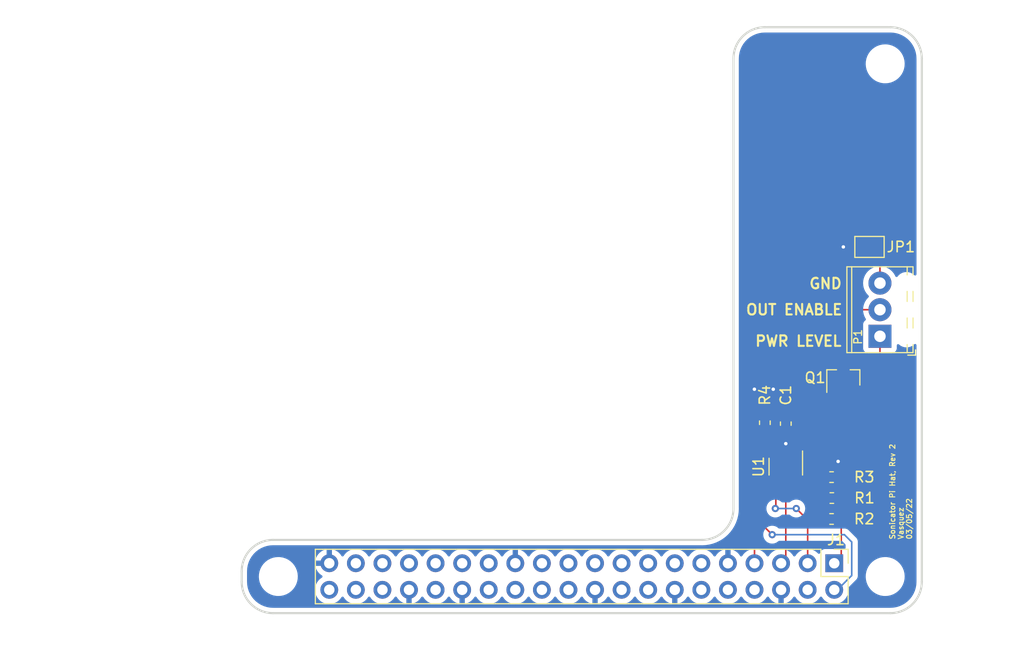
<source format=kicad_pcb>
(kicad_pcb (version 20211014) (generator pcbnew)
  (layers (0 "F.Cu" signal) (31 "B.Cu" signal) (34 "B.Paste" user) (35 "F.Paste" user) (36 "B.SilkS" user "B.Silkscreen") (37 "F.SilkS" user "F.Silkscreen") (38 "B.Mask" user) (39 "F.Mask" user) (44 "Edge.Cuts" user))
  (net 0 "")
  (net 1 "+5V")
  (net 2 "GND")
  (net 3 "+3V3")
  (net 4 "Net-(J1-Pad3)")
  (net 6 "Net-(J1-Pad5)")
  (net 7 "Net-(J1-Pad7)")
  (net 34 "GNDPWR")
  (net 35 "/OUTPUT_PWR_LEVEL")
  (net 36 "/OUTPUT_ENABLE")
  (net 37 "Net-(R3-Pad1)")
  (footprint "MountingHole:MountingHole_2.7mm_M2.5_DIN965" (layer "F.Cu") (at 151.5 97.5 180)
    (fp_text reference "REF**" hide)
    (fp_text value "MountingHole_2.7mm_M2.5_DIN965")
    (pad "" np_thru_hole circle locked (at 0 0 180) (size 2.7 2.7) (drill 2.7) (layers *.Cu *.Mask))
  )
  (footprint "MountingHole:MountingHole_2.7mm_M2.5_DIN965" (layer "F.Cu") (at 151.5 146.5 180)
    (fp_text reference "REF**" hide)
    (fp_text value "MountingHole_2.7mm_M2.5_DIN965")
    (pad "" np_thru_hole circle locked (at 0 0 180) (size 2.7 2.7) (drill 2.7) (layers *.Cu *.Mask))
  )
  (footprint "MountingHole:MountingHole_2.7mm_M2.5_DIN965" (layer "F.Cu") (at 93.5 146.5 180)
    (fp_text reference "REF**" hide)
    (fp_text value "MountingHole_2.7mm_M2.5_DIN965")
    (pad "" np_thru_hole circle locked (at 0 0 180) (size 2.7 2.7) (drill 2.7) (layers *.Cu *.Mask))
  )
  (footprint "Capacitor_SMD:C_0603_1608Metric" (layer "F.Cu") (at 142 131.8875 90)
    (fp_text reference "C1" (at 2.7125 0 270) (layer "F.SilkS"))
    (fp_text value "1uF")
    (fp_line (start -0.162779 -0.51) (end 0.162779 -0.51) (layer "F.SilkS") (width 0.12))
    (fp_line (start -0.162779 0.51) (end 0.162779 0.51) (layer "F.SilkS") (width 0.12))
    (pad "1" smd roundrect locked (at -0.7875 0 90) (size 0.875 0.95) (layers "F.Cu" "F.Paste" "F.Mask") (net 1 "+5V"))
    (pad "2" smd roundrect locked (at 0.7875 0 90) (size 0.875 0.95) (layers "F.Cu" "F.Paste" "F.Mask") (net 2 "GND"))
  )
  (footprint "Connector_PinHeader_2.54mm:PinHeader_2x20_P2.54mm_Vertical" (layer "F.Cu") (at 146.63 145.23 -90)
    (fp_text reference "J1" (at -2.23 -0.17) (layer "F.SilkS"))
    (fp_text value "Raspberry_Pi_2_3")
    (fp_line (start -1.33 49.59) (end 3.87 49.59) (layer "F.SilkS") (width 0.12))
    (fp_line (start 1.27 -1.33) (end 3.87 -1.33) (layer "F.SilkS") (width 0.12))
    (fp_line (start -1.33 -1.33) (end 0 -1.33) (layer "F.SilkS") (width 0.12))
    (fp_line (start -1.33 0) (end -1.33 -1.33) (layer "F.SilkS") (width 0.12))
    (fp_line (start -1.33 1.27) (end -1.33 49.59) (layer "F.SilkS") (width 0.12))
    (fp_line (start 3.87 -1.33) (end 3.87 49.59) (layer "F.SilkS") (width 0.12))
    (fp_line (start -1.33 1.27) (end 1.27 1.27) (layer "F.SilkS") (width 0.12))
    (fp_line (start 1.27 1.27) (end 1.27 -1.33) (layer "F.SilkS") (width 0.12))
    (pad "1" thru_hole rect locked (at 0 0 270) (size 1.7 1.7) (drill 1) (layers *.Cu *.Mask) (net 3 "+3V3"))
    (pad "2" thru_hole oval locked (at 2.54 0 270) (size 1.7 1.7) (drill 1) (layers *.Cu *.Mask) (net 1 "+5V"))
    (pad "3" thru_hole oval locked (at 0 2.54 270) (size 1.7 1.7) (drill 1) (layers *.Cu *.Mask) (net 4 "Net-(J1-Pad3)"))
    (pad "4" thru_hole oval locked (at 2.54 2.54 270) (size 1.7 1.7) (drill 1) (layers *.Cu *.Mask))
    (pad "5" thru_hole oval locked (at 0 5.08 270) (size 1.7 1.7) (drill 1) (layers *.Cu *.Mask) (net 6 "Net-(J1-Pad5)"))
    (pad "6" thru_hole oval locked (at 2.54 5.08 270) (size 1.7 1.7) (drill 1) (layers *.Cu *.Mask) (net 2 "GND"))
    (pad "7" thru_hole oval locked (at 0 7.62 270) (size 1.7 1.7) (drill 1) (layers *.Cu *.Mask) (net 7 "Net-(J1-Pad7)"))
    (pad "8" thru_hole oval locked (at 2.54 7.62 270) (size 1.7 1.7) (drill 1) (layers *.Cu *.Mask))
    (pad "9" thru_hole oval locked (at 0 10.16 270) (size 1.7 1.7) (drill 1) (layers *.Cu *.Mask) (net 2 "GND"))
    (pad "10" thru_hole oval locked (at 2.54 10.16 270) (size 1.7 1.7) (drill 1) (layers *.Cu *.Mask))
    (pad "11" thru_hole oval locked (at 0 12.7 270) (size 1.7 1.7) (drill 1) (layers *.Cu *.Mask))
    (pad "12" thru_hole oval locked (at 2.54 12.7 270) (size 1.7 1.7) (drill 1) (layers *.Cu *.Mask))
    (pad "13" thru_hole oval locked (at 0 15.24 270) (size 1.7 1.7) (drill 1) (layers *.Cu *.Mask))
    (pad "14" thru_hole oval locked (at 2.54 15.24 270) (size 1.7 1.7) (drill 1) (layers *.Cu *.Mask) (net 2 "GND"))
    (pad "15" thru_hole oval locked (at 0 17.78 270) (size 1.7 1.7) (drill 1) (layers *.Cu *.Mask))
    (pad "16" thru_hole oval locked (at 2.54 17.78 270) (size 1.7 1.7) (drill 1) (layers *.Cu *.Mask))
    (pad "17" thru_hole oval locked (at 0 20.32 270) (size 1.7 1.7) (drill 1) (layers *.Cu *.Mask))
    (pad "18" thru_hole oval locked (at 2.54 20.32 270) (size 1.7 1.7) (drill 1) (layers *.Cu *.Mask))
    (pad "19" thru_hole oval locked (at 0 22.86 270) (size 1.7 1.7) (drill 1) (layers *.Cu *.Mask))
    (pad "20" thru_hole oval locked (at 2.54 22.86 270) (size 1.7 1.7) (drill 1) (layers *.Cu *.Mask) (net 2 "GND"))
    (pad "21" thru_hole oval locked (at 0 25.4 270) (size 1.7 1.7) (drill 1) (layers *.Cu *.Mask))
    (pad "22" thru_hole oval locked (at 2.54 25.4 270) (size 1.7 1.7) (drill 1) (layers *.Cu *.Mask))
    (pad "23" thru_hole oval locked (at 0 27.94 270) (size 1.7 1.7) (drill 1) (layers *.Cu *.Mask))
    (pad "24" thru_hole oval locked (at 2.54 27.94 270) (size 1.7 1.7) (drill 1) (layers *.Cu *.Mask))
    (pad "25" thru_hole oval locked (at 0 30.48 270) (size 1.7 1.7) (drill 1) (layers *.Cu *.Mask) (net 2 "GND"))
    (pad "26" thru_hole oval locked (at 2.54 30.48 270) (size 1.7 1.7) (drill 1) (layers *.Cu *.Mask))
    (pad "27" thru_hole oval locked (at 0 33.02 270) (size 1.7 1.7) (drill 1) (layers *.Cu *.Mask))
    (pad "28" thru_hole oval locked (at 2.54 33.02 270) (size 1.7 1.7) (drill 1) (layers *.Cu *.Mask))
    (pad "29" thru_hole oval locked (at 0 35.56 270) (size 1.7 1.7) (drill 1) (layers *.Cu *.Mask))
    (pad "30" thru_hole oval locked (at 2.54 35.56 270) (size 1.7 1.7) (drill 1) (layers *.Cu *.Mask) (net 2 "GND"))
    (pad "31" thru_hole oval locked (at 0 38.1 270) (size 1.7 1.7) (drill 1) (layers *.Cu *.Mask))
    (pad "32" thru_hole oval locked (at 2.54 38.1 270) (size 1.7 1.7) (drill 1) (layers *.Cu *.Mask))
    (pad "33" thru_hole oval locked (at 0 40.64 270) (size 1.7 1.7) (drill 1) (layers *.Cu *.Mask))
    (pad "34" thru_hole oval locked (at 2.54 40.64 270) (size 1.7 1.7) (drill 1) (layers *.Cu *.Mask) (net 2 "GND"))
    (pad "35" thru_hole oval locked (at 0 43.18 270) (size 1.7 1.7) (drill 1) (layers *.Cu *.Mask))
    (pad "36" thru_hole oval locked (at 2.54 43.18 270) (size 1.7 1.7) (drill 1) (layers *.Cu *.Mask))
    (pad "37" thru_hole oval locked (at 0 45.72 270) (size 1.7 1.7) (drill 1) (layers *.Cu *.Mask))
    (pad "38" thru_hole oval locked (at 2.54 45.72 270) (size 1.7 1.7) (drill 1) (layers *.Cu *.Mask))
    (pad "39" thru_hole oval locked (at 0 48.26 270) (size 1.7 1.7) (drill 1) (layers *.Cu *.Mask) (net 2 "GND"))
    (pad "40" thru_hole oval locked (at 2.54 48.26 270) (size 1.7 1.7) (drill 1) (layers *.Cu *.Mask))
  )
  (footprint "Jumper:SolderJumper-2_P1.3mm_Bridged_Pad1.0x1.5mm" (layer "F.Cu") (at 150 115)
    (fp_text reference "JP1" (at 3 0) (layer "F.SilkS"))
    (fp_text value "Jumper")
    (fp_line (start 1.4 -1) (end 1.4 1) (layer "F.SilkS") (width 0.12))
    (fp_line (start -1.4 -1) (end 1.4 -1) (layer "F.SilkS") (width 0.12))
    (fp_line (start -1.4 1) (end -1.4 -1) (layer "F.SilkS") (width 0.12))
    (fp_line (start 1.4 1) (end -1.4 1) (layer "F.SilkS") (width 0.12))
    (pad "1" smd custom locked (at -0.65 0) (size 1 1.5) (layers "F.Cu" "F.Mask") (net 2 "GND") (options (clearance outline) (anchor rect)) (primitives (gr_poly (pts (xy 0.9 0.3) (xy 0.4 0.3) (xy 0.4 -0.3) (xy 0.9 -0.3)) (width 0) (fill yes))))
    (pad "2" smd rect locked (at 0.65 0) (size 1 1.5) (layers "F.Cu" "F.Mask") (net 34 "GNDPWR"))
  )
  (footprint "TerminalBlock_Phoenix:TerminalBlock_Phoenix_MPT-0,5-3-2.54_1x03_P2.54mm_Horizontal" (layer "F.Cu") (at 151 123.54 90)
    (fp_text reference "P1" (at -0.06 -2.1 270) (layer "F.SilkS") (effects (font (size 0.75 0.75) (thickness 0.125))))
    (fp_text value "3pos_terminal_block")
    (fp_line (start -1.56 2.6) (end -0.79 2.6) (layer "F.SilkS") (width 0.12))
    (fp_line (start 6.64 -3.16) (end 6.64 3.16) (layer "F.SilkS") (width 0.12))
    (fp_line (start -1.8 2.66) (end -1.8 3.4) (layer "F.SilkS") (width 0.12))
    (fp_line (start -1.8 3.4) (end -1.3 3.4) (layer "F.SilkS") (width 0.12))
    (fp_line (start -1.56 -3.16) (end 6.64 -3.16) (layer "F.SilkS") (width 0.12))
    (fp_line (start -1.56 -3.16) (end -1.56 3.16) (layer "F.SilkS") (width 0.12))
    (fp_line (start 5.87 2.6) (end 6.64 2.6) (layer "F.SilkS") (width 0.12))
    (fp_line (start 3.33 2.6) (end 4.29 2.6) (layer "F.SilkS") (width 0.12))
    (fp_line (start 0.79 2.6) (end 1.75 2.6) (layer "F.SilkS") (width 0.12))
    (fp_line (start -1.56 3.16) (end -0.79 3.16) (layer "F.SilkS") (width 0.12))
    (fp_line (start 5.87 3.16) (end 6.64 3.16) (layer "F.SilkS") (width 0.12))
    (fp_line (start 3.33 3.16) (end 4.29 3.16) (layer "F.SilkS") (width 0.12))
    (fp_line (start 0.79 3.16) (end 1.75 3.16) (layer "F.SilkS") (width 0.12))
    (fp_line (start -1.56 -2.7) (end 6.64 -2.7) (layer "F.SilkS") (width 0.12))
    (pad "" np_thru_hole circle locked (at 5.08 2.54 90) (size 1.1 1.1) (drill 1.1) (layers *.Cu *.Mask))
    (pad "" np_thru_hole circle locked (at 2.54 2.54 90) (size 1.1 1.1) (drill 1.1) (layers *.Cu *.Mask))
    (pad "" np_thru_hole circle locked (at 0 2.54 90) (size 1.1 1.1) (drill 1.1) (layers *.Cu *.Mask))
    (pad "1" thru_hole rect locked (at 0 0 90) (size 2.2 2.2) (drill 1.1) (layers *.Cu *.Mask) (net 35 "/OUTPUT_PWR_LEVEL"))
    (pad "2" thru_hole circle locked (at 2.54 0 90) (size 2.2 2.2) (drill 1.1) (layers *.Cu *.Mask) (net 36 "/OUTPUT_ENABLE"))
    (pad "3" thru_hole circle locked (at 5.08 0 90) (size 2.2 2.2) (drill 1.1) (layers *.Cu *.Mask) (net 34 "GNDPWR"))
  )
  (footprint "Package_TO_SOT_SMD:SOT-23" (layer "F.Cu") (at 147.5 127.5 90)
    (fp_text reference "Q1" (at 0 -2.7) (layer "F.SilkS"))
    (fp_text value "2N7002")
    (fp_line (start 0.76 1.58) (end -0.7 1.58) (layer "F.SilkS") (width 0.12))
    (fp_line (start 0.76 -1.58) (end 0.76 -0.65) (layer "F.SilkS") (width 0.12))
    (fp_line (start 0.76 1.58) (end 0.76 0.65) (layer "F.SilkS") (width 0.12))
    (fp_line (start 0.76 -1.58) (end -1.4 -1.58) (layer "F.SilkS") (width 0.12))
    (pad "1" smd rect locked (at -1 -0.95 90) (size 0.9 0.8) (layers "F.Cu" "F.Paste" "F.Mask") (net 7 "Net-(J1-Pad7)"))
    (pad "2" smd rect locked (at -1 0.95 90) (size 0.9 0.8) (layers "F.Cu" "F.Paste" "F.Mask") (net 2 "GND"))
    (pad "3" smd rect locked (at 1 0 90) (size 0.9 0.8) (layers "F.Cu" "F.Paste" "F.Mask") (net 36 "/OUTPUT_ENABLE"))
  )
  (footprint "Package_SO:TSOP-6_1.65x3.05mm_P0.95mm" (layer "F.Cu") (at 142 136 -90)
    (fp_text reference "U1" (at 0 2.6 -90) (layer "F.SilkS"))
    (fp_text value "MCP4725")
    (fp_line (start -0.8 1.6) (end 0.8 1.6) (layer "F.SilkS") (width 0.12))
    (fp_line (start 0.8 -1.6) (end -1.5 -1.6) (layer "F.SilkS") (width 0.12))
    (pad "1" smd rect locked (at -1.16 -0.95 270) (size 0.7 0.51) (layers "F.Cu" "F.Paste" "F.Mask") (net 35 "/OUTPUT_PWR_LEVEL"))
    (pad "2" smd rect locked (at -1.16 0 270) (size 0.7 0.51) (layers "F.Cu" "F.Paste" "F.Mask") (net 2 "GND"))
    (pad "3" smd rect locked (at -1.16 0.95 270) (size 0.7 0.51) (layers "F.Cu" "F.Paste" "F.Mask") (net 1 "+5V"))
    (pad "4" smd rect locked (at 1.16 0.95 270) (size 0.7 0.51) (layers "F.Cu" "F.Paste" "F.Mask") (net 4 "Net-(J1-Pad3)"))
    (pad "5" smd rect locked (at 1.16 0 270) (size 0.7 0.51) (layers "F.Cu" "F.Paste" "F.Mask") (net 6 "Net-(J1-Pad5)"))
    (pad "6" smd rect locked (at 1.16 -0.95 270) (size 0.7 0.51) (layers "F.Cu" "F.Paste" "F.Mask") (net 37 "Net-(R3-Pad1)"))
  )
  (footprint "Resistor_SMD:R_0603_1608Metric_Pad1.05x0.95mm_HandSolder" (layer "F.Cu") (at 146.375 137)
    (fp_text reference "R3" (at 3.125 0 180) (layer "F.SilkS"))
    (fp_text value "10k")
    (fp_line (start -0.171267 -0.51) (end 0.171267 -0.51) (layer "F.SilkS") (width 0.12))
    (fp_line (start -0.171267 0.51) (end 0.171267 0.51) (layer "F.SilkS") (width 0.12))
    (pad "1" smd roundrect locked (at -0.875 0) (size 1.05 0.95) (layers "F.Cu" "F.Paste" "F.Mask") (net 37 "Net-(R3-Pad1)"))
    (pad "2" smd roundrect locked (at 0.875 0) (size 1.05 0.95) (layers "F.Cu" "F.Paste" "F.Mask") (net 2 "GND"))
  )
  (footprint "Resistor_SMD:R_0603_1608Metric_Pad1.05x0.95mm_HandSolder" (layer "F.Cu") (at 146.4 139 180)
    (fp_text reference "R1" (at -3.125 0 180) (layer "F.SilkS"))
    (fp_text value "4k7")
    (fp_line (start -0.171267 0.51) (end 0.171267 0.51) (layer "F.SilkS") (width 0.12))
    (fp_line (start -0.171267 -0.51) (end 0.171267 -0.51) (layer "F.SilkS") (width 0.12))
    (pad "1" smd roundrect locked (at -0.875 0 180) (size 1.05 0.95) (layers "F.Cu" "F.Paste" "F.Mask") (net 3 "+3V3"))
    (pad "2" smd roundrect locked (at 0.875 0 180) (size 1.05 0.95) (layers "F.Cu" "F.Paste" "F.Mask") (net 6 "Net-(J1-Pad5)"))
  )
  (footprint "Resistor_SMD:R_0603_1608Metric_Pad1.05x0.95mm_HandSolder" (layer "F.Cu") (at 146.375 141 180)
    (fp_text reference "R2" (at -3.125 0 180) (layer "F.SilkS"))
    (fp_text value "4k7")
    (fp_line (start -0.171267 -0.51) (end 0.171267 -0.51) (layer "F.SilkS") (width 0.12))
    (fp_line (start -0.171267 0.51) (end 0.171267 0.51) (layer "F.SilkS") (width 0.12))
    (pad "1" smd roundrect locked (at -0.875 0 180) (size 1.05 0.95) (layers "F.Cu" "F.Paste" "F.Mask") (net 3 "+3V3"))
    (pad "2" smd roundrect locked (at 0.875 0 180) (size 1.05 0.95) (layers "F.Cu" "F.Paste" "F.Mask") (net 4 "Net-(J1-Pad3)"))
  )
  (footprint "Resistor_SMD:R_0603_1608Metric_Pad1.05x0.95mm_HandSolder" (layer "F.Cu") (at 140 131.8 90)
    (fp_text reference "R4" (at 2.625 0 90) (layer "F.SilkS"))
    (fp_text value "4k7")
    (fp_line (start -0.171267 -0.51) (end 0.171267 -0.51) (layer "F.SilkS") (width 0.12))
    (fp_line (start -0.171267 0.51) (end 0.171267 0.51) (layer "F.SilkS") (width 0.12))
    (pad "1" smd roundrect locked (at -0.875 0 90) (size 1.05 0.95) (layers "F.Cu" "F.Paste" "F.Mask") (net 1 "+5V"))
    (pad "2" smd roundrect locked (at 0.875 0 90) (size 1.05 0.95) (layers "F.Cu" "F.Paste" "F.Mask") (net 36 "/OUTPUT_ENABLE"))
  )
  (gr_arc (start 152.000004 94) (mid 154.121322 94.87868) (end 155 97) (layer "Edge.Cuts") (width 0.2))
  (gr_line (start 155 147) (end 155 97) (layer "Edge.Cuts") (width 0.2))
  (gr_arc (start 155 147.000004) (mid 154.12132 149.121322) (end 152 150) (layer "Edge.Cuts") (width 0.2))
  (gr_line (start 93 150) (end 152 150) (layer "Edge.Cuts") (width 0.2))
  (gr_arc (start 92.999996 150) (mid 90.878678 149.12132) (end 90 147) (layer "Edge.Cuts") (width 0.2))
  (gr_line (start 90 146) (end 90 147) (layer "Edge.Cuts") (width 0.2))
  (gr_arc (start 90 146) (mid 90.87868 143.878682) (end 93 143.000004) (layer "Edge.Cuts") (width 0.2))
  (gr_line (start 152 94) (end 140 94) (layer "Edge.Cuts") (width 0.2))
  (gr_arc (start 137 96.999996) (mid 137.87868 94.878678) (end 140 94) (layer "Edge.Cuts") (width 0.2))
  (gr_line (start 137 97) (end 137 140) (layer "Edge.Cuts") (width 0.2))
  (gr_arc (start 137 140) (mid 136.121321 142.121321) (end 134 143) (layer "Edge.Cuts") (width 0.2))
  (gr_line (start 93 143) (end 134 143) (layer "Edge.Cuts") (width 0.2))
  (gr_text "PWR LEVEL\n" (at 143.2 124) (layer "F.SilkS") (effects (font (size 1 1) (thickness 0.2))))
  (gr_text "GND" (at 145.8 118.5) (layer "F.SilkS") (effects (font (size 1 1) (thickness 0.2))))
  (gr_text "OUT ENABLE" (at 142.8 121) (layer "F.SilkS") (effects (font (size 1 1) (thickness 0.2))))
  (gr_text "Sonicator Pi Hat, Rev 2\nVasquez\n03/05/22" (at 153 143 90) (layer "F.SilkS") (effects (font (size 0.5 0.5) (thickness 0.1)) (justify left)))
  (segment (start 141.05 133.55) (end 141.925 132.675) (width 0.1524) (layer "F.Cu") (net 1))
  (segment (start 141.05 133.7375) (end 141.05 134.84) (width 0.1524) (layer "F.Cu") (net 1))
  (segment (start 141.025 133.55) (end 140.15 132.675) (width 0.1524) (layer "F.Cu") (net 1))
  (segment (start 140 141.800002) (end 140.357099 142.157101) (width 0.1524) (layer "F.Cu") (net 1))
  (segment (start 142 132.6) (end 142 132.5) (width 0.1524) (layer "F.Cu") (net 1))
  (segment (start 141.05 133.7375) (end 141.05 133.55) (width 0.1524) (layer "F.Cu") (net 1))
  (segment (start 141.05 133.55) (end 141.025 133.55) (width 0.1524) (layer "F.Cu") (net 1))
  (segment (start 140 132.525) (end 140 132.5) (width 0.1524) (layer "F.Cu") (net 1))
  (segment (start 141.925 132.675) (end 142 132.675) (width 0.1524) (layer "F.Cu") (net 1))
  (segment (start 140.357099 142.157101) (end 140.699998 142.5) (width 0.1524) (layer "F.Cu") (net 1))
  (segment (start 141.05 133.7375) (end 141.05 133.575) (width 0.1524) (layer "F.Cu") (net 1))
  (segment (start 141.05 135.3424) (end 140 136.3924) (width 0.1524) (layer "F.Cu") (net 1))
  (segment (start 140 136.3924) (end 140 141.800002) (width 0.1524) (layer "F.Cu") (net 1))
  (segment (start 140.15 132.675) (end 140 132.675) (width 0.1524) (layer "F.Cu") (net 1))
  (segment (start 141.05 134.84) (end 141.05 135.3424) (width 0.1524) (layer "F.Cu") (net 1))
  (via (at 140.699998 142.5) (size 0.6858) (drill 0.3302) (layers "F.Cu" "B.Cu") (net 1))
  (segment (start 141.184931 142.5) (end 140.699998 142.5) (width 0.1524) (layer "B.Cu") (net 1))
  (segment (start 146.93 147.77) (end 148.3 146.4) (width 0.1524) (layer "B.Cu") (net 1))
  (segment (start 148.3 146.4) (end 148.3 143.2) (width 0.1524) (layer "B.Cu") (net 1))
  (segment (start 147.6 142.5) (end 141.184931 142.5) (width 0.1524) (layer "B.Cu") (net 1))
  (segment (start 146.63 147.77) (end 146.93 147.77) (width 0.1524) (layer "B.Cu") (net 1))
  (segment (start 148.3 143.2) (end 147.6 142.5) (width 0.1524) (layer "B.Cu") (net 1))
  (segment (start 142.8 133.8) (end 143.4 133.2) (width 0.1524) (layer "F.Cu") (net 2))
  (segment (start 143.4 131.4) (end 142.925 130.925) (width 0.1524) (layer "F.Cu") (net 2))
  (segment (start 146.1 131.4) (end 148.45 129.05) (width 0.1524) (layer "F.Cu") (net 2))
  (segment (start 142 133.8) (end 142.8 133.8) (width 0.1524) (layer "F.Cu") (net 2))
  (segment (start 149.35 115) (end 147.5 115) (width 0.1524) (layer "F.Cu") (net 2))
  (segment (start 142.925 130.925) (end 142 130.925) (width 0.1524) (layer "F.Cu") (net 2))
  (segment (start 147.25 135.75) (end 147 135.5) (width 0.1524) (layer "F.Cu") (net 2))
  (segment (start 142 133.8) (end 142 134.84) (width 0.1524) (layer "F.Cu") (net 2))
  (segment (start 143.4 133.2) (end 143.4 131.4) (width 0.1524) (layer "F.Cu") (net 2))
  (segment (start 148.45 129.05) (end 148.45 128.5) (width 0.1524) (layer "F.Cu") (net 2))
  (segment (start 143.4 131.4) (end 146.1 131.4) (width 0.1524) (layer "F.Cu") (net 2))
  (segment (start 147.25 137) (end 147.25 135.75) (width 0.1524) (layer "F.Cu") (net 2))
  (via (at 147.5 115) (size 0.6858) (drill 0.3302) (layers "F.Cu" "B.Cu") (net 2))
  (via (at 142 133.8) (size 0.6858) (drill 0.3302) (layers "F.Cu" "B.Cu") (net 2))
  (via (at 147 135.5) (size 0.6858) (drill 0.3302) (layers "F.Cu" "B.Cu") (net 2))
  (segment (start 146.63 145.23) (end 147.3 144.56) (width 0.1524) (layer "F.Cu") (net 3))
  (segment (start 147.25 139.025) (end 147.275 139) (width 0.1524) (layer "F.Cu") (net 3))
  (segment (start 147.3 144.56) (end 147.3 141.05) (width 0.1524) (layer "F.Cu") (net 3))
  (segment (start 147.25 141) (end 147.25 139.025) (width 0.1524) (layer "F.Cu") (net 3))
  (segment (start 147.3 141.05) (end 147.25 141) (width 0.1524) (layer "F.Cu") (net 3))
  (segment (start 141.05 139.95) (end 141 140) (width 0.1524) (layer "F.Cu") (net 4))
  (segment (start 144.09 141.09) (end 144.09 145.23) (width 0.1524) (layer "F.Cu") (net 4))
  (segment (start 144.18 141) (end 144.09 141.09) (width 0.1524) (layer "F.Cu") (net 4))
  (segment (start 143 140) (end 144.09 141.09) (width 0.1524) (layer "F.Cu") (net 4))
  (segment (start 145.5 141) (end 144.18 141) (width 0.1524) (layer "F.Cu") (net 4))
  (segment (start 141.05 137.16) (end 141.05 139.95) (width 0.1524) (layer "F.Cu") (net 4))
  (segment (start 144 145.14) (end 144.09 145.23) (width 0.1524) (layer "F.Cu") (net 4))
  (via (at 143 140) (size 0.6858) (drill 0.3302) (layers "F.Cu" "B.Cu") (net 4))
  (via (at 141 140) (size 0.6858) (drill 0.3302) (layers "F.Cu" "B.Cu") (net 4))
  (segment (start 141 140) (end 143 140) (width 0.1524) (layer "B.Cu") (net 4))
  (segment (start 145.525 139) (end 143.2 139) (width 0.1524) (layer "F.Cu") (net 6))
  (segment (start 143.2 139) (end 142 137.8) (width 0.1524) (layer "F.Cu") (net 6))
  (segment (start 142 144.78) (end 141.55 145.23) (width 0.1524) (layer "F.Cu") (net 6))
  (segment (start 142 137.16) (end 142 144.78) (width 0.1524) (layer "F.Cu") (net 6))
  (segment (start 142 137.8) (end 142 137.16) (width 0.1524) (layer "F.Cu") (net 6))
  (segment (start 140.8 128.6) (end 140.9 128.5) (width 0.1524) (layer "F.Cu") (net 7))
  (segment (start 139.01 129.01) (end 139.01 145.23) (width 0.1524) (layer "F.Cu") (net 7))
  (segment (start 140.9 128.5) (end 146.55 128.5) (width 0.1524) (layer "F.Cu") (net 7))
  (segment (start 139.01 128.61) (end 139.01 129.01) (width 0.1524) (layer "F.Cu") (net 7))
  (segment (start 139 128.6) (end 139.01 128.61) (width 0.1524) (layer "F.Cu") (net 7))
  (via (at 140.8 128.6) (size 0.6858) (drill 0.3302) (layers "F.Cu" "B.Cu") (net 7))
  (via (at 139 128.6) (size 0.6858) (drill 0.3302) (layers "F.Cu" "B.Cu") (net 7))
  (segment (start 139 128.6) (end 140.8 128.6) (width 0.1524) (layer "B.Cu") (net 7))
  (segment (start 151 118.46) (end 151 115.35) (width 0.1524) (layer "F.Cu") (net 34))
  (segment (start 150.85 118.31) (end 151 118.46) (width 0.1524) (layer "F.Cu") (net 34))
  (segment (start 151 115.35) (end 150.65 115) (width 0.1524) (layer "F.Cu") (net 34))
  (segment (start 144.16 134.84) (end 151 128) (width 0.1524) (layer "F.Cu") (net 35))
  (segment (start 151 128) (end 151 123.54) (width 0.1524) (layer "F.Cu") (net 35))
  (segment (start 142.95 134.84) (end 144.16 134.84) (width 0.1524) (layer "F.Cu") (net 35))
  (segment (start 140 128) (end 141.5 126.5) (width 0.1524) (layer "F.Cu") (net 36))
  (segment (start 147.5 126.5) (end 147.5 122.4) (width 0.1524) (layer "F.Cu") (net 36))
  (segment (start 147.5 122.4) (end 148.9 121) (width 0.1524) (layer "F.Cu") (net 36))
  (segment (start 140 130.925) (end 140 128) (width 0.1524) (layer "F.Cu") (net 36))
  (segment (start 141.5 126.5) (end 147.5 126.5) (width 0.1524) (layer "F.Cu") (net 36))
  (segment (start 148.9 121) (end 151 121) (width 0.1524) (layer "F.Cu") (net 36))
  (segment (start 145.5 137) (end 145.34 137.16) (width 0.1524) (layer "F.Cu") (net 37))
  (segment (start 145.34 137.16) (end 142.95 137.16) (width 0.1524) (layer "F.Cu") (net 37))
  (zone (net 2) (net_name "GND") (layer "B.Cu") (connect_pads (clearance 0.508)) (min_thickness 0.254) (fill yes (thermal_gap 0.508) (thermal_bridge_width 0.508))
    (polygon (pts (xy 155 150) (xy 90 150) (xy 90 142) (xy 136 142) (xy 136 94) (xy 155 94)))
  )
)
</source>
